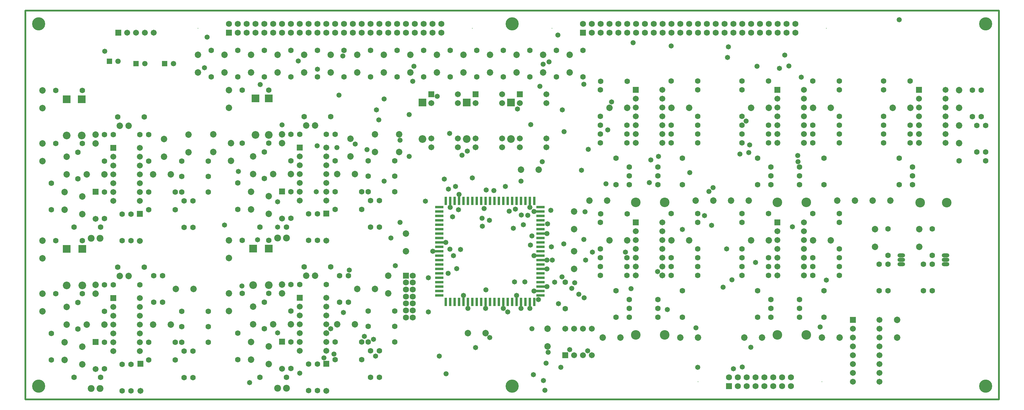
<source format=gts>
%FSLAX24Y24*%
%MOIN*%
G70*
G01*
G75*
G04 Layer_Color=8388736*
G04 Layer_Color=8388736*
%ADD10R,0.0236X0.0866*%
%ADD11R,0.0866X0.0236*%
%ADD12C,0.0120*%
%ADD13C,0.0250*%
%ADD14C,0.0500*%
%ADD15C,0.0200*%
%ADD16O,0.0787X0.0394*%
%ADD17C,0.0650*%
%ADD18C,0.0650*%
%ADD19C,0.0591*%
%ADD20R,0.0591X0.0591*%
%ADD21R,0.0600X0.0600*%
%ADD22C,0.0600*%
%ADD23C,0.0532*%
%ADD24R,0.0532X0.0532*%
%ADD25C,0.0550*%
%ADD26R,0.0787X0.0787*%
%ADD27C,0.0787*%
%ADD28C,0.0700*%
%ADD29R,0.0591X0.0591*%
%ADD30C,0.0591*%
%ADD31C,0.1000*%
%ADD32C,0.0551*%
%ADD33O,0.0787X0.0394*%
%ADD34C,0.1405*%
%ADD35C,0.0500*%
%ADD36C,0.0079*%
%ADD37C,0.0098*%
%ADD38C,0.0100*%
%ADD39C,0.0098*%
%ADD40C,0.0080*%
%ADD41C,0.0059*%
%ADD42R,0.1102X0.0315*%
%ADD43R,0.0787X0.0315*%
%ADD44R,0.1102X0.0315*%
%ADD45R,0.0316X0.0946*%
%ADD46R,0.0946X0.0316*%
%ADD47O,0.0867X0.0474*%
%ADD48C,0.0730*%
%ADD49C,0.0730*%
%ADD50C,0.0671*%
%ADD51R,0.0671X0.0671*%
%ADD52C,0.0080*%
%ADD53R,0.0680X0.0680*%
%ADD54C,0.0680*%
%ADD55C,0.0612*%
%ADD56R,0.0612X0.0612*%
%ADD57C,0.0630*%
%ADD58R,0.0867X0.0867*%
%ADD59C,0.0867*%
%ADD60C,0.0780*%
%ADD61R,0.0671X0.0671*%
%ADD62C,0.0671*%
%ADD63C,0.1080*%
%ADD64C,0.0631*%
%ADD65O,0.0867X0.0474*%
%ADD66C,0.1485*%
%ADD67C,0.0580*%
D15*
X0Y0D02*
Y44000D01*
X110000D01*
Y0D02*
Y44000D01*
X0Y0D02*
X110000D01*
D45*
X53000Y11041D02*
D03*
X56000Y22459D02*
D03*
X50000Y11041D02*
D03*
X51500D02*
D03*
X52000Y22459D02*
D03*
X55000Y11041D02*
D03*
X55500Y22459D02*
D03*
X54500D02*
D03*
X50500Y11041D02*
D03*
X49500D02*
D03*
X52500D02*
D03*
X47500D02*
D03*
X48500D02*
D03*
X48000D02*
D03*
X47500Y22459D02*
D03*
X54000D02*
D03*
X50500D02*
D03*
X49000Y11041D02*
D03*
X53000Y22459D02*
D03*
X56500D02*
D03*
X48500D02*
D03*
X51000Y11041D02*
D03*
X50000Y22459D02*
D03*
X57000Y11041D02*
D03*
X49500Y22459D02*
D03*
X52500D02*
D03*
X57500Y11041D02*
D03*
X56000D02*
D03*
X57500Y22459D02*
D03*
X53500D02*
D03*
X51000D02*
D03*
X53500Y11041D02*
D03*
X55500D02*
D03*
X52000D02*
D03*
X49000Y22459D02*
D03*
X51500D02*
D03*
X54500Y11041D02*
D03*
X56500D02*
D03*
X54000D02*
D03*
X57000Y22459D02*
D03*
X48000D02*
D03*
X55000D02*
D03*
D46*
X46791Y19250D02*
D03*
X58209Y21250D02*
D03*
Y16750D02*
D03*
X46791D02*
D03*
Y17750D02*
D03*
Y20750D02*
D03*
Y13250D02*
D03*
X58209Y14250D02*
D03*
X46791Y13750D02*
D03*
Y16250D02*
D03*
Y12750D02*
D03*
Y14750D02*
D03*
Y18250D02*
D03*
X58209Y13750D02*
D03*
Y11750D02*
D03*
X46791Y18750D02*
D03*
Y12250D02*
D03*
Y15250D02*
D03*
Y20250D02*
D03*
X58209Y12750D02*
D03*
X46791Y21750D02*
D03*
X58209Y13250D02*
D03*
X46791Y15750D02*
D03*
X58209Y17750D02*
D03*
Y17250D02*
D03*
Y15250D02*
D03*
Y20750D02*
D03*
Y15750D02*
D03*
Y14750D02*
D03*
X46791Y14250D02*
D03*
Y19750D02*
D03*
Y17250D02*
D03*
X58209Y20250D02*
D03*
Y19750D02*
D03*
Y18750D02*
D03*
Y18250D02*
D03*
Y19250D02*
D03*
Y16250D02*
D03*
Y12250D02*
D03*
X46791Y21250D02*
D03*
X58209Y21750D02*
D03*
X46791Y11750D02*
D03*
D47*
X103991Y15285D02*
D03*
Y15785D02*
D03*
Y16285D02*
D03*
X98991Y15285D02*
D03*
Y15785D02*
D03*
D48*
X39500Y28000D02*
D03*
Y30000D02*
D03*
X18429Y27967D02*
D03*
Y29967D02*
D03*
X61500Y39000D02*
D03*
Y37000D02*
D03*
X58500Y39000D02*
D03*
Y37000D02*
D03*
X55500Y39000D02*
D03*
Y37000D02*
D03*
X52500Y39000D02*
D03*
Y37000D02*
D03*
X49500Y39000D02*
D03*
Y37000D02*
D03*
X46500Y39000D02*
D03*
Y37000D02*
D03*
X95750Y22500D02*
D03*
X97750D02*
D03*
X81250Y7000D02*
D03*
X83250D02*
D03*
X105500Y31000D02*
D03*
Y29000D02*
D03*
X92000Y7000D02*
D03*
X90000D02*
D03*
X65250D02*
D03*
X67250D02*
D03*
X79750Y22500D02*
D03*
X81750D02*
D03*
X63750D02*
D03*
X65750D02*
D03*
X76000Y7000D02*
D03*
X74000D02*
D03*
X93750Y22500D02*
D03*
X91750D02*
D03*
X75750D02*
D03*
X77750D02*
D03*
X105500Y35000D02*
D03*
Y33000D02*
D03*
X101000Y17250D02*
D03*
Y19250D02*
D03*
X98500Y7000D02*
D03*
Y9000D02*
D03*
X98000Y33000D02*
D03*
X100000D02*
D03*
X96000Y17250D02*
D03*
Y19250D02*
D03*
X91000Y18000D02*
D03*
X89000D02*
D03*
X91000Y33000D02*
D03*
X89000D02*
D03*
X82000Y18000D02*
D03*
X84000D02*
D03*
X82000Y33000D02*
D03*
X84000D02*
D03*
X75000Y18000D02*
D03*
X73000D02*
D03*
X75000Y33000D02*
D03*
X73000D02*
D03*
X66000Y18000D02*
D03*
X68000D02*
D03*
X66000Y33000D02*
D03*
X68000D02*
D03*
X62000Y14750D02*
D03*
Y16750D02*
D03*
Y19250D02*
D03*
Y21250D02*
D03*
X59000Y6000D02*
D03*
Y8000D02*
D03*
X58000Y26000D02*
D03*
X56000D02*
D03*
X52000Y7500D02*
D03*
X50000D02*
D03*
X43000Y18750D02*
D03*
X41000Y12000D02*
D03*
Y14000D02*
D03*
X42250Y30000D02*
D03*
Y28000D02*
D03*
X37500Y12500D02*
D03*
X39500D02*
D03*
X37250Y8500D02*
D03*
X35250D02*
D03*
X37250Y25500D02*
D03*
X35250D02*
D03*
X28000Y8500D02*
D03*
X30000D02*
D03*
X28000Y25500D02*
D03*
X30000D02*
D03*
X23000Y10000D02*
D03*
Y12000D02*
D03*
Y16000D02*
D03*
Y18000D02*
D03*
X23250Y27000D02*
D03*
Y29000D02*
D03*
X23000Y33000D02*
D03*
Y35000D02*
D03*
X21250Y30000D02*
D03*
Y28000D02*
D03*
X17000Y12500D02*
D03*
X19000D02*
D03*
X16429Y8467D02*
D03*
X14429D02*
D03*
X16429Y25467D02*
D03*
X14429D02*
D03*
X6929Y8467D02*
D03*
X8929D02*
D03*
X6929Y25467D02*
D03*
X8929D02*
D03*
X1929Y9967D02*
D03*
Y11967D02*
D03*
Y15967D02*
D03*
Y17967D02*
D03*
Y26967D02*
D03*
Y28967D02*
D03*
Y32967D02*
D03*
Y34967D02*
D03*
X6429Y3967D02*
D03*
Y5967D02*
D03*
X4679Y10467D02*
D03*
Y8467D02*
D03*
X7929Y12967D02*
D03*
Y11967D02*
D03*
X36750Y29500D02*
D03*
X15679Y29467D02*
D03*
X7929Y28967D02*
D03*
X29000Y29000D02*
D03*
Y12000D02*
D03*
X40500Y39000D02*
D03*
X43500D02*
D03*
X34500D02*
D03*
X37500D02*
D03*
X19500Y37000D02*
D03*
X22500D02*
D03*
X25500D02*
D03*
X28500D02*
D03*
X31500D02*
D03*
X34500D02*
D03*
X37500D02*
D03*
X40500D02*
D03*
X43500D02*
D03*
X31500Y39000D02*
D03*
X28500D02*
D03*
X25500D02*
D03*
X22500D02*
D03*
X19500D02*
D03*
X4429Y21467D02*
D03*
Y23467D02*
D03*
X4679Y25467D02*
D03*
X10679Y30967D02*
D03*
X4679Y27467D02*
D03*
X6429Y22967D02*
D03*
Y20967D02*
D03*
X7929Y29967D02*
D03*
X11679Y30967D02*
D03*
Y13967D02*
D03*
X10679D02*
D03*
X15679Y27467D02*
D03*
X4429Y4467D02*
D03*
Y6467D02*
D03*
X36750Y27500D02*
D03*
X25750D02*
D03*
X31750Y31000D02*
D03*
X25750Y25500D02*
D03*
X25500Y21500D02*
D03*
Y23500D02*
D03*
X27500Y23000D02*
D03*
Y21000D02*
D03*
X29000Y30000D02*
D03*
X32750Y31000D02*
D03*
Y14000D02*
D03*
X31750D02*
D03*
X25750Y8500D02*
D03*
X27500Y6000D02*
D03*
Y4000D02*
D03*
X29000Y13000D02*
D03*
X25500Y4500D02*
D03*
Y6500D02*
D03*
X25750Y10500D02*
D03*
D49*
X43000Y16750D02*
D03*
D50*
X96500Y2000D02*
D03*
Y3000D02*
D03*
Y4000D02*
D03*
Y5000D02*
D03*
Y6000D02*
D03*
Y7000D02*
D03*
Y8000D02*
D03*
Y9000D02*
D03*
X93500Y2000D02*
D03*
Y3000D02*
D03*
Y4000D02*
D03*
Y5000D02*
D03*
Y6000D02*
D03*
Y7000D02*
D03*
Y8000D02*
D03*
X50876Y33533D02*
D03*
X53876Y34533D02*
D03*
Y28533D02*
D03*
X50876Y29533D02*
D03*
Y28533D02*
D03*
X53876Y33533D02*
D03*
Y29533D02*
D03*
X100991Y34035D02*
D03*
Y31035D02*
D03*
Y30035D02*
D03*
Y29035D02*
D03*
X103991Y33035D02*
D03*
Y32035D02*
D03*
Y31035D02*
D03*
Y30035D02*
D03*
Y29035D02*
D03*
X100991Y32035D02*
D03*
Y33035D02*
D03*
X103991Y34035D02*
D03*
Y35035D02*
D03*
X62000Y8000D02*
D03*
X61000D02*
D03*
X63000D02*
D03*
X64000Y5000D02*
D03*
X63000D02*
D03*
X62000D02*
D03*
X64000Y8000D02*
D03*
X34000Y5500D02*
D03*
Y6500D02*
D03*
X31000Y9500D02*
D03*
Y5500D02*
D03*
Y6500D02*
D03*
Y10500D02*
D03*
X34000Y7500D02*
D03*
X31000D02*
D03*
X34000Y10500D02*
D03*
Y9500D02*
D03*
Y8500D02*
D03*
X31000D02*
D03*
X34000Y11500D02*
D03*
X9929Y10467D02*
D03*
X12929D02*
D03*
X34000Y28500D02*
D03*
X12929Y28467D02*
D03*
X34000Y23500D02*
D03*
Y22500D02*
D03*
X31000D02*
D03*
Y23500D02*
D03*
Y24500D02*
D03*
Y26500D02*
D03*
Y27500D02*
D03*
X12929Y11467D02*
D03*
Y9467D02*
D03*
Y6467D02*
D03*
Y5467D02*
D03*
X9929D02*
D03*
Y6467D02*
D03*
Y7467D02*
D03*
Y9467D02*
D03*
X12929Y23467D02*
D03*
Y22467D02*
D03*
X9929D02*
D03*
Y23467D02*
D03*
Y24467D02*
D03*
Y26467D02*
D03*
Y27467D02*
D03*
X55876Y29533D02*
D03*
X58876D02*
D03*
Y33533D02*
D03*
X55876Y28533D02*
D03*
X45876D02*
D03*
X48876Y33533D02*
D03*
Y29533D02*
D03*
X9929Y25467D02*
D03*
Y8467D02*
D03*
X31000Y25500D02*
D03*
X68991Y18035D02*
D03*
Y33035D02*
D03*
X84991Y18035D02*
D03*
Y33035D02*
D03*
X68991Y17035D02*
D03*
X71991Y14035D02*
D03*
X68991Y32035D02*
D03*
X71991Y29035D02*
D03*
X84991Y17035D02*
D03*
X87991Y14035D02*
D03*
X84991Y32035D02*
D03*
X87991Y29035D02*
D03*
X12929Y25467D02*
D03*
Y8467D02*
D03*
X34000Y25500D02*
D03*
X71991Y18035D02*
D03*
Y33035D02*
D03*
X87991Y18035D02*
D03*
Y33035D02*
D03*
X58876Y28533D02*
D03*
X12929Y24467D02*
D03*
Y26467D02*
D03*
Y7467D02*
D03*
X34000Y24500D02*
D03*
Y26500D02*
D03*
X58876Y34533D02*
D03*
X45876Y29533D02*
D03*
X48876Y28533D02*
D03*
Y34533D02*
D03*
X12929Y27467D02*
D03*
X34000Y27500D02*
D03*
X68991Y29035D02*
D03*
Y30035D02*
D03*
Y31035D02*
D03*
Y34035D02*
D03*
Y14035D02*
D03*
Y15035D02*
D03*
Y16035D02*
D03*
Y19035D02*
D03*
X71991Y16035D02*
D03*
Y31035D02*
D03*
Y17035D02*
D03*
Y15035D02*
D03*
Y19035D02*
D03*
Y20035D02*
D03*
Y32035D02*
D03*
Y30035D02*
D03*
Y34035D02*
D03*
Y35035D02*
D03*
X84991Y30035D02*
D03*
Y31035D02*
D03*
Y34035D02*
D03*
Y14035D02*
D03*
Y15035D02*
D03*
Y16035D02*
D03*
Y19035D02*
D03*
Y29035D02*
D03*
X87991Y16035D02*
D03*
Y31035D02*
D03*
Y17035D02*
D03*
Y15035D02*
D03*
Y19035D02*
D03*
Y20035D02*
D03*
Y32035D02*
D03*
Y30035D02*
D03*
Y34035D02*
D03*
Y35035D02*
D03*
X45876Y33533D02*
D03*
X55876D02*
D03*
D51*
X93500Y9000D02*
D03*
X50876Y34533D02*
D03*
X100991Y35035D02*
D03*
X61000Y5000D02*
D03*
X31000Y11500D02*
D03*
Y28500D02*
D03*
X9929Y11467D02*
D03*
Y28467D02*
D03*
X55876Y34533D02*
D03*
X45876D02*
D03*
X68991Y35035D02*
D03*
Y20035D02*
D03*
X84991Y35035D02*
D03*
Y20035D02*
D03*
D52*
X90000Y2000D02*
D03*
X76000D02*
D03*
X90500Y42000D02*
D03*
X59500D02*
D03*
X50500D02*
D03*
X19500D02*
D03*
D53*
X79500Y1500D02*
D03*
X43000Y14000D02*
D03*
X63000Y41500D02*
D03*
X23000D02*
D03*
D54*
X79500Y2500D02*
D03*
X80500Y1500D02*
D03*
Y2500D02*
D03*
X81500Y1500D02*
D03*
Y2500D02*
D03*
X82500Y1500D02*
D03*
Y2500D02*
D03*
X83500Y1500D02*
D03*
Y2500D02*
D03*
X84500Y1500D02*
D03*
Y2500D02*
D03*
X85500Y1500D02*
D03*
Y2500D02*
D03*
X86500Y1500D02*
D03*
Y2500D02*
D03*
X43787Y14000D02*
D03*
Y13213D02*
D03*
Y11638D02*
D03*
Y10850D02*
D03*
Y12425D02*
D03*
X43000Y9276D02*
D03*
Y10063D02*
D03*
Y10850D02*
D03*
Y11638D02*
D03*
Y12425D02*
D03*
Y13213D02*
D03*
X43787Y10063D02*
D03*
Y9276D02*
D03*
X63000Y42500D02*
D03*
X66000D02*
D03*
X72000D02*
D03*
X82000D02*
D03*
X87000Y41500D02*
D03*
X86000Y42500D02*
D03*
X87000D02*
D03*
X77000D02*
D03*
X85000D02*
D03*
Y41500D02*
D03*
X84000Y42500D02*
D03*
Y41500D02*
D03*
X83000Y42500D02*
D03*
Y41500D02*
D03*
X67000Y42500D02*
D03*
X74000Y41500D02*
D03*
X68000Y42500D02*
D03*
X73000D02*
D03*
X77000Y41500D02*
D03*
X76000Y42500D02*
D03*
X82000Y41500D02*
D03*
X78000D02*
D03*
Y42500D02*
D03*
X71000D02*
D03*
X79000Y41500D02*
D03*
Y42500D02*
D03*
X76000Y41500D02*
D03*
X65000Y42500D02*
D03*
X73000Y41500D02*
D03*
X64000D02*
D03*
Y42500D02*
D03*
X75000D02*
D03*
Y41500D02*
D03*
X74000Y42500D02*
D03*
X80000D02*
D03*
Y41500D02*
D03*
X72000D02*
D03*
X81000Y42500D02*
D03*
Y41500D02*
D03*
X70000Y42500D02*
D03*
X69000Y41500D02*
D03*
X68000D02*
D03*
X67000D02*
D03*
X66000D02*
D03*
X70000D02*
D03*
X69000Y42500D02*
D03*
X65000Y41500D02*
D03*
X71000D02*
D03*
X86000D02*
D03*
X47000Y42500D02*
D03*
Y41500D02*
D03*
X46000Y42500D02*
D03*
Y41500D02*
D03*
X45000Y42500D02*
D03*
Y41500D02*
D03*
X24000D02*
D03*
X25000Y42500D02*
D03*
X27000Y41500D02*
D03*
X28000Y42500D02*
D03*
X33000Y41500D02*
D03*
X41000Y42500D02*
D03*
X42000Y41500D02*
D03*
X40000Y42500D02*
D03*
X41000Y41500D02*
D03*
X31000Y42500D02*
D03*
X36000D02*
D03*
X37000Y41500D02*
D03*
Y42500D02*
D03*
X35000Y41500D02*
D03*
X23000Y42500D02*
D03*
X29000Y41500D02*
D03*
X42000Y42500D02*
D03*
X40000Y41500D02*
D03*
X39000Y42500D02*
D03*
Y41500D02*
D03*
X38000Y42500D02*
D03*
X31000Y41500D02*
D03*
X38000D02*
D03*
X44000Y42500D02*
D03*
X32000Y41500D02*
D03*
X35000Y42500D02*
D03*
X27000D02*
D03*
X28000Y41500D02*
D03*
X30000Y42500D02*
D03*
X34000Y41500D02*
D03*
X36000D02*
D03*
X26000D02*
D03*
Y42500D02*
D03*
X30000Y41500D02*
D03*
X32000Y42500D02*
D03*
X43000Y41500D02*
D03*
X44000D02*
D03*
X43000Y42500D02*
D03*
X33000D02*
D03*
X34000D02*
D03*
X24000D02*
D03*
X25000Y41500D02*
D03*
X29000Y42500D02*
D03*
D55*
X10492Y38250D02*
D03*
X16750Y38000D02*
D03*
X13500D02*
D03*
D56*
X9508Y38250D02*
D03*
X15750Y38000D02*
D03*
X12500D02*
D03*
D57*
X100241Y26285D02*
D03*
Y25285D02*
D03*
Y24285D02*
D03*
X17929Y5467D02*
D03*
Y2467D02*
D03*
X40000Y22500D02*
D03*
Y5500D02*
D03*
X18929Y22467D02*
D03*
Y5467D02*
D03*
X68241Y9285D02*
D03*
Y24285D02*
D03*
X71491Y9285D02*
D03*
Y24285D02*
D03*
X84241Y9285D02*
D03*
Y24285D02*
D03*
X87491Y9285D02*
D03*
Y24285D02*
D03*
X39000Y19500D02*
D03*
X40000D02*
D03*
X39000Y22500D02*
D03*
Y2500D02*
D03*
X40000D02*
D03*
X39000Y5500D02*
D03*
X17929Y19467D02*
D03*
X18929D02*
D03*
X17929Y22467D02*
D03*
X18929Y2467D02*
D03*
X68241Y25285D02*
D03*
Y10285D02*
D03*
Y26285D02*
D03*
Y11285D02*
D03*
X71491D02*
D03*
Y10285D02*
D03*
Y26285D02*
D03*
Y25285D02*
D03*
X84241D02*
D03*
Y10285D02*
D03*
Y11285D02*
D03*
Y26285D02*
D03*
X87491Y11285D02*
D03*
Y10285D02*
D03*
Y26285D02*
D03*
Y25285D02*
D03*
D58*
X49876Y33592D02*
D03*
X4679Y33976D02*
D03*
X6379D02*
D03*
X6429Y17026D02*
D03*
X4679D02*
D03*
X26000Y34059D02*
D03*
X27500D02*
D03*
Y17059D02*
D03*
X25750D02*
D03*
X44876Y33592D02*
D03*
X54876D02*
D03*
D59*
X49876Y29474D02*
D03*
X54876D02*
D03*
X44876D02*
D03*
X6379Y29858D02*
D03*
X4679D02*
D03*
Y12908D02*
D03*
X6429D02*
D03*
X27500Y29941D02*
D03*
X26000D02*
D03*
X25750Y12941D02*
D03*
X27500D02*
D03*
D60*
X7429Y1217D02*
D03*
X8429D02*
D03*
X7429Y18217D02*
D03*
X8429D02*
D03*
X28500Y18250D02*
D03*
X29500D02*
D03*
Y1250D02*
D03*
X28500D02*
D03*
D61*
X10500Y41500D02*
D03*
X13000Y4035D02*
D03*
X7929Y6503D02*
D03*
X12929Y21003D02*
D03*
X7929Y23503D02*
D03*
X34000Y4035D02*
D03*
X29000Y6535D02*
D03*
X34000Y21035D02*
D03*
X29000Y23535D02*
D03*
D62*
X11500Y41500D02*
D03*
X13500D02*
D03*
X14500D02*
D03*
X12500D02*
D03*
X13000Y965D02*
D03*
X7929Y3432D02*
D03*
X12929Y17932D02*
D03*
X7929Y20432D02*
D03*
X34000Y965D02*
D03*
X29000Y3465D02*
D03*
X34000Y17965D02*
D03*
X29000Y20465D02*
D03*
D63*
X72241Y7285D02*
D03*
X104126Y22250D02*
D03*
X68991Y22285D02*
D03*
Y7285D02*
D03*
X72241Y22285D02*
D03*
X84991D02*
D03*
Y7285D02*
D03*
X88241D02*
D03*
Y22285D02*
D03*
X101126Y22250D02*
D03*
D64*
X11929Y3967D02*
D03*
Y967D02*
D03*
X14500Y14000D02*
D03*
Y11000D02*
D03*
X11929Y17967D02*
D03*
Y20967D02*
D03*
X15500Y11000D02*
D03*
Y14000D02*
D03*
X63000Y36500D02*
D03*
Y39500D02*
D03*
X60000Y36500D02*
D03*
Y39500D02*
D03*
X57000Y36500D02*
D03*
Y39500D02*
D03*
X54000Y36500D02*
D03*
Y39500D02*
D03*
X51000Y36500D02*
D03*
Y39500D02*
D03*
X48000Y36500D02*
D03*
Y39500D02*
D03*
X61000Y13250D02*
D03*
X108500Y27000D02*
D03*
X107000Y32000D02*
D03*
X108500Y28000D02*
D03*
X107000Y35000D02*
D03*
X107500Y31000D02*
D03*
X38000Y6500D02*
D03*
X32000Y4000D02*
D03*
X16929Y6467D02*
D03*
X10929Y3967D02*
D03*
Y967D02*
D03*
X8929Y3467D02*
D03*
X10929Y17967D02*
D03*
X8929Y20467D02*
D03*
X32000Y1000D02*
D03*
X30000Y3500D02*
D03*
X32000Y18000D02*
D03*
X30000Y20500D02*
D03*
X107500Y28000D02*
D03*
X35000Y30000D02*
D03*
X13929Y29967D02*
D03*
X105500Y27000D02*
D03*
X108500Y31000D02*
D03*
X108000Y32000D02*
D03*
Y35000D02*
D03*
X33000Y4000D02*
D03*
Y1000D02*
D03*
X36500Y11000D02*
D03*
Y14000D02*
D03*
X33000Y18000D02*
D03*
Y21000D02*
D03*
X35500Y14000D02*
D03*
Y11000D02*
D03*
X97491Y19285D02*
D03*
X101491Y12285D02*
D03*
X102491D02*
D03*
Y19285D02*
D03*
X64991Y29035D02*
D03*
Y14035D02*
D03*
X75991D02*
D03*
Y29035D02*
D03*
X80991Y14035D02*
D03*
Y29035D02*
D03*
X91991Y14035D02*
D03*
Y29035D02*
D03*
X96491Y12285D02*
D03*
X97491D02*
D03*
X96991Y29035D02*
D03*
X8929Y26967D02*
D03*
Y9967D02*
D03*
X30000Y27000D02*
D03*
Y10000D02*
D03*
X96491Y15285D02*
D03*
X101491D02*
D03*
X41750Y23500D02*
D03*
Y6500D02*
D03*
X20679Y23467D02*
D03*
Y6467D02*
D03*
X42000Y39500D02*
D03*
X45000D02*
D03*
X36000D02*
D03*
X39000D02*
D03*
X74241Y27285D02*
D03*
X82741Y12285D02*
D03*
X90241D02*
D03*
X98741Y27285D02*
D03*
X90241D02*
D03*
X3429Y11967D02*
D03*
Y17967D02*
D03*
X5500Y2500D02*
D03*
X20679Y9967D02*
D03*
X33000Y39500D02*
D03*
X30000D02*
D03*
X27000D02*
D03*
X24000D02*
D03*
X66741Y27285D02*
D03*
X21000Y39500D02*
D03*
X2929Y21467D02*
D03*
X5929Y24967D02*
D03*
X9929Y29967D02*
D03*
X10429Y31967D02*
D03*
X2929Y24467D02*
D03*
X5929Y27967D02*
D03*
X8500Y19500D02*
D03*
X8929Y23467D02*
D03*
X6429Y28967D02*
D03*
X8929Y29967D02*
D03*
X6429Y34967D02*
D03*
X12929Y29967D02*
D03*
Y12967D02*
D03*
X6429Y17967D02*
D03*
X13429Y14967D02*
D03*
X9929Y12967D02*
D03*
X5929Y7967D02*
D03*
X8929Y6467D02*
D03*
X8500Y2500D02*
D03*
X10429Y14967D02*
D03*
X13429Y31967D02*
D03*
X13929Y26967D02*
D03*
X8929Y12967D02*
D03*
X6429Y11967D02*
D03*
X2929Y4467D02*
D03*
Y7467D02*
D03*
X5929Y10967D02*
D03*
X35000Y27000D02*
D03*
X31500Y15000D02*
D03*
X34500Y32000D02*
D03*
X27000Y28000D02*
D03*
X31000Y30000D02*
D03*
X31500Y32000D02*
D03*
X24000Y24500D02*
D03*
X27000Y25000D02*
D03*
X24000Y21500D02*
D03*
X29500Y19500D02*
D03*
X30000Y23500D02*
D03*
X27500Y29000D02*
D03*
X30000Y30000D02*
D03*
X27500Y35000D02*
D03*
X34000Y30000D02*
D03*
Y13000D02*
D03*
X27500Y18000D02*
D03*
X34500Y15000D02*
D03*
X31000Y13000D02*
D03*
X27000Y8000D02*
D03*
X30000Y6500D02*
D03*
X29500Y2500D02*
D03*
X30000Y13000D02*
D03*
X27500Y12000D02*
D03*
X24000Y4500D02*
D03*
Y7500D02*
D03*
X27000Y11000D02*
D03*
X38000Y21500D02*
D03*
X41750Y25250D02*
D03*
X38000Y4500D02*
D03*
X41750Y8250D02*
D03*
X16929Y21467D02*
D03*
X20679Y25217D02*
D03*
X16929Y4467D02*
D03*
X20679Y8217D02*
D03*
X67991Y29035D02*
D03*
X64991Y32035D02*
D03*
Y30035D02*
D03*
X67991D02*
D03*
Y31035D02*
D03*
X64991D02*
D03*
Y35035D02*
D03*
X68000Y36000D02*
D03*
X67991Y14035D02*
D03*
X64991Y17035D02*
D03*
X67991Y15035D02*
D03*
X64991D02*
D03*
X67991Y16035D02*
D03*
X64991D02*
D03*
Y20035D02*
D03*
X68000Y21000D02*
D03*
X66741Y24285D02*
D03*
Y9285D02*
D03*
X74241D02*
D03*
X72991Y15035D02*
D03*
X74241Y24285D02*
D03*
X72991Y30035D02*
D03*
Y14035D02*
D03*
X75991Y17035D02*
D03*
Y15035D02*
D03*
Y16035D02*
D03*
X72991D02*
D03*
Y21035D02*
D03*
X75991Y20035D02*
D03*
X72991Y29035D02*
D03*
X75991Y32035D02*
D03*
Y30035D02*
D03*
X72991Y31035D02*
D03*
X75991D02*
D03*
X72991Y36035D02*
D03*
X75991Y35035D02*
D03*
X83991Y30035D02*
D03*
X80991D02*
D03*
X83991Y31035D02*
D03*
X80991D02*
D03*
Y35035D02*
D03*
X83991Y36035D02*
D03*
Y14035D02*
D03*
X80991Y17035D02*
D03*
Y15035D02*
D03*
X83991D02*
D03*
Y16035D02*
D03*
X80991D02*
D03*
Y20035D02*
D03*
X83991Y21035D02*
D03*
Y29035D02*
D03*
X80991Y32035D02*
D03*
X82741Y9285D02*
D03*
Y24285D02*
D03*
X90241Y9285D02*
D03*
X88991Y15035D02*
D03*
X90241Y24285D02*
D03*
X91991Y30035D02*
D03*
X88991Y14035D02*
D03*
X91991Y17035D02*
D03*
Y15035D02*
D03*
Y16035D02*
D03*
X88991D02*
D03*
Y21035D02*
D03*
X91991Y20035D02*
D03*
X88991Y29035D02*
D03*
X91991Y32035D02*
D03*
X88991Y30035D02*
D03*
Y31035D02*
D03*
X91991D02*
D03*
X88991Y36035D02*
D03*
X91991Y35035D02*
D03*
X97491Y15285D02*
D03*
Y16285D02*
D03*
X99991Y29035D02*
D03*
X96991Y32035D02*
D03*
X99991Y30035D02*
D03*
X96991D02*
D03*
X99991Y31035D02*
D03*
X96991D02*
D03*
Y35035D02*
D03*
X99991Y36035D02*
D03*
X102491Y15285D02*
D03*
Y16285D02*
D03*
X98741Y24285D02*
D03*
X35000Y21500D02*
D03*
X38750Y25250D02*
D03*
Y23500D02*
D03*
X35000D02*
D03*
X38750Y27000D02*
D03*
X35000Y6500D02*
D03*
X38750Y8250D02*
D03*
Y10000D02*
D03*
Y6500D02*
D03*
X35000Y4500D02*
D03*
X16929Y23467D02*
D03*
X10929Y20967D02*
D03*
X13929Y23467D02*
D03*
X17679Y25217D02*
D03*
Y26967D02*
D03*
Y23467D02*
D03*
X13929Y21467D02*
D03*
Y6467D02*
D03*
X17679Y8217D02*
D03*
Y9967D02*
D03*
Y6467D02*
D03*
X13929Y4467D02*
D03*
X38000Y23500D02*
D03*
X32000Y21000D02*
D03*
X66741Y12285D02*
D03*
X24500Y29000D02*
D03*
Y35000D02*
D03*
X26500Y19500D02*
D03*
X41750Y27000D02*
D03*
X74241Y12285D02*
D03*
X24500Y12000D02*
D03*
Y18000D02*
D03*
X26500Y2500D02*
D03*
X41750Y10000D02*
D03*
X21000Y36500D02*
D03*
X24000D02*
D03*
X27000D02*
D03*
X30000D02*
D03*
X33000D02*
D03*
X36000D02*
D03*
X39000D02*
D03*
X42000D02*
D03*
X45000D02*
D03*
X61000Y10250D02*
D03*
X65000Y21000D02*
D03*
Y36000D02*
D03*
X75991Y21035D02*
D03*
Y36035D02*
D03*
X80991Y21035D02*
D03*
Y36035D02*
D03*
X91991Y21035D02*
D03*
Y36035D02*
D03*
X96991D02*
D03*
X82741Y27285D02*
D03*
X3429Y28967D02*
D03*
Y34967D02*
D03*
X5500Y19500D02*
D03*
X20679Y26967D02*
D03*
D65*
X98991Y16285D02*
D03*
D66*
X108500Y1500D02*
D03*
X55000D02*
D03*
Y42500D02*
D03*
X108500D02*
D03*
X1500D02*
D03*
Y1500D02*
D03*
D67*
X58940Y18750D02*
D03*
X79250Y17020D02*
D03*
X52480Y6980D02*
D03*
X78840Y12690D02*
D03*
X79460Y39910D02*
D03*
X56050Y20860D02*
D03*
X86690Y19530D02*
D03*
X85820Y38970D02*
D03*
X41310Y18250D02*
D03*
X57230Y18500D02*
D03*
X49930Y28080D02*
D03*
X81430Y31500D02*
D03*
X79350Y38700D02*
D03*
X60500Y3630D02*
D03*
X75970D02*
D03*
X86280Y37724D02*
D03*
X43910Y37700D02*
D03*
X32890Y23500D02*
D03*
X59020Y19860D02*
D03*
X75070Y25660D02*
D03*
X48270Y20650D02*
D03*
X80741Y27771D02*
D03*
X90510Y13490D02*
D03*
X54000Y10310D02*
D03*
X52440Y20270D02*
D03*
X65600Y24410D02*
D03*
X42330Y29320D02*
D03*
X65810Y30490D02*
D03*
X47980Y16990D02*
D03*
X79850Y13530D02*
D03*
X81020Y3670D02*
D03*
X58560Y2120D02*
D03*
X50890Y5860D02*
D03*
X58830Y4080D02*
D03*
X33010Y37370D02*
D03*
X52090Y23680D02*
D03*
X60890Y30280D02*
D03*
X54250Y24090D02*
D03*
X47340Y24920D02*
D03*
X47960Y30100D02*
D03*
X87680Y36460D02*
D03*
X33755Y4685D02*
D03*
X61500Y5640D02*
D03*
X81730Y27930D02*
D03*
X82690Y37680D02*
D03*
X35460Y34420D02*
D03*
X38600Y28250D02*
D03*
X39680Y32750D02*
D03*
X59820Y13250D02*
D03*
X43780Y35980D02*
D03*
X57990Y11280D02*
D03*
X60640Y13870D02*
D03*
X58500Y37940D02*
D03*
X60860Y17580D02*
D03*
X57070Y17450D02*
D03*
X48620Y24080D02*
D03*
X68450Y12540D02*
D03*
X59180Y38210D02*
D03*
X57480Y12250D02*
D03*
X24090Y25780D02*
D03*
X46780Y4880D02*
D03*
X39570D02*
D03*
X37290Y28890D02*
D03*
X48950Y21470D02*
D03*
X59070Y5320D02*
D03*
X75790Y8110D02*
D03*
X49340Y27640D02*
D03*
X57000Y10310D02*
D03*
X62540Y11910D02*
D03*
X34510Y8000D02*
D03*
X72550Y10160D02*
D03*
X39360Y6790D02*
D03*
X51860Y21610D02*
D03*
X62850Y25930D02*
D03*
X38310Y7120D02*
D03*
X47812Y23798D02*
D03*
X71560Y27490D02*
D03*
X98740Y42960D02*
D03*
X46530Y34300D02*
D03*
X45220Y22430D02*
D03*
X55130Y19360D02*
D03*
X63120Y35650D02*
D03*
X34880Y5130D02*
D03*
X89800Y8190D02*
D03*
X47520Y17750D02*
D03*
X63110Y18100D02*
D03*
X68673Y40350D02*
D03*
X62070Y13210D02*
D03*
X48390Y16250D02*
D03*
X71450Y14450D02*
D03*
X48750Y14790D02*
D03*
X42360Y20020D02*
D03*
X47774Y14250D02*
D03*
X52000Y10308D02*
D03*
X49000Y23192D02*
D03*
X55500Y11774D02*
D03*
X58942Y14750D02*
D03*
X28510Y22350D02*
D03*
X55280Y13310D02*
D03*
X41810Y15120D02*
D03*
X52030Y12380D02*
D03*
X22510Y19720D02*
D03*
X49500Y11770D02*
D03*
X57480Y16250D02*
D03*
X63310Y15750D02*
D03*
X59370Y21380D02*
D03*
X63260Y21220D02*
D03*
X55370Y21520D02*
D03*
X77230Y23530D02*
D03*
X54690Y21290D02*
D03*
X77700Y23960D02*
D03*
X26240Y18050D02*
D03*
X58150Y35430D02*
D03*
X58420Y26910D02*
D03*
X24470Y12840D02*
D03*
X54500Y9900D02*
D03*
X77560Y19680D02*
D03*
X70510Y24540D02*
D03*
X51600Y20500D02*
D03*
X70670Y27090D02*
D03*
X72990Y39990D02*
D03*
X32990Y28710D02*
D03*
X48000Y21730D02*
D03*
X43370Y27480D02*
D03*
Y32230D02*
D03*
X60690Y32750D02*
D03*
X63540Y5490D02*
D03*
X36600Y14620D02*
D03*
X30830Y38310D02*
D03*
X55600Y32860D02*
D03*
X57100Y31110D02*
D03*
X28500Y19500D02*
D03*
X29000Y31059D02*
D03*
X31000Y2960D02*
D03*
X81970Y5900D02*
D03*
X85220Y37460D02*
D03*
X28500Y7530D02*
D03*
X50500Y25068D02*
D03*
X56790Y20840D02*
D03*
X57000Y21730D02*
D03*
X82516Y15510D02*
D03*
X49190Y16970D02*
D03*
X57420Y2780D02*
D03*
X80000Y3460D02*
D03*
X35220Y28490D02*
D03*
X57260Y7990D02*
D03*
X47560Y2910D02*
D03*
X25330Y1910D02*
D03*
X20240Y37520D02*
D03*
X26540Y35630D02*
D03*
X35955Y9820D02*
D03*
X60230Y10840D02*
D03*
X35870Y38870D02*
D03*
X40560Y33980D02*
D03*
Y24687D02*
D03*
X74241Y19239D02*
D03*
X39930Y31640D02*
D03*
X66250Y33670D02*
D03*
X58728Y1040D02*
D03*
X59550Y15750D02*
D03*
X67820Y16660D02*
D03*
X45560Y13750D02*
D03*
X45535Y9890D02*
D03*
X56450Y13310D02*
D03*
X60170Y41220D02*
D03*
X51640Y19580D02*
D03*
X87270Y27610D02*
D03*
X56000Y10310D02*
D03*
X63150Y11490D02*
D03*
X76750Y20780D02*
D03*
X87315Y26885D02*
D03*
X56280Y19750D02*
D03*
X52934Y23640D02*
D03*
X46058Y16750D02*
D03*
X50000Y10308D02*
D03*
X59442Y17250D02*
D03*
X56000Y24692D02*
D03*
X57476Y21250D02*
D03*
X58940Y12750D02*
D03*
X61750Y12560D02*
D03*
X63600Y28280D02*
D03*
X81845Y28785D02*
D03*
X8980Y39400D02*
D03*
X58940Y15750D02*
D03*
X64090Y16660D02*
D03*
X20550Y40990D02*
D03*
M02*

</source>
